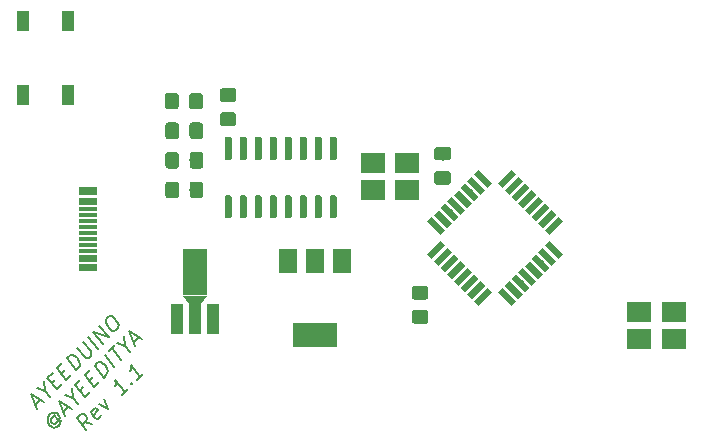
<source format=gbr>
%TF.GenerationSoftware,KiCad,Pcbnew,(5.1.2-1)-1*%
%TF.CreationDate,2020-01-20T17:34:23-08:00*%
%TF.ProjectId,Uno rev1.1,556e6f20-7265-4763-912e-312e6b696361,rev?*%
%TF.SameCoordinates,Original*%
%TF.FileFunction,Paste,Top*%
%TF.FilePolarity,Positive*%
%FSLAX46Y46*%
G04 Gerber Fmt 4.6, Leading zero omitted, Abs format (unit mm)*
G04 Created by KiCad (PCBNEW (5.1.2-1)-1) date 2020-01-20 17:34:23*
%MOMM*%
%LPD*%
G04 APERTURE LIST*
%ADD10C,0.203200*%
%ADD11R,2.100000X1.800000*%
%ADD12R,1.524000X0.299974*%
%ADD13C,0.100000*%
%ADD14C,1.150000*%
%ADD15R,1.000000X1.700000*%
%ADD16R,1.000000X2.500000*%
%ADD17R,2.000000X4.000000*%
%ADD18C,0.750000*%
%ADD19R,3.800000X2.000000*%
%ADD20R,1.500000X2.000000*%
%ADD21C,0.600000*%
%ADD22C,0.550000*%
G04 APERTURE END LIST*
D10*
X14419306Y-179240589D02*
X14846938Y-178812957D01*
X14558286Y-179614766D02*
X14071856Y-178305145D01*
X15156970Y-179016082D01*
X15253187Y-178064603D02*
X15627365Y-178545688D01*
X14542250Y-177834751D02*
X15253187Y-178064603D01*
X15140934Y-177236067D01*
X15814453Y-177417810D02*
X16113795Y-177118469D01*
X16653680Y-177519373D02*
X16226048Y-177947004D01*
X15440276Y-176936725D01*
X15867907Y-176509094D01*
X16626953Y-176605311D02*
X16926294Y-176305969D01*
X17466179Y-176706873D02*
X17038548Y-177134505D01*
X16252775Y-176124226D01*
X16680406Y-175696595D01*
X17851047Y-176322005D02*
X17065275Y-175311727D01*
X17279090Y-175097911D01*
X17444797Y-175017730D01*
X17605159Y-175028421D01*
X17722758Y-175081875D01*
X17915192Y-175231546D01*
X18027445Y-175375871D01*
X18134353Y-175611068D01*
X18166425Y-175750049D01*
X18155734Y-175931792D01*
X18064863Y-176108190D01*
X17851047Y-176322005D01*
X17963300Y-174413701D02*
X18599402Y-175231546D01*
X18717000Y-175285000D01*
X18797181Y-175290345D01*
X18920125Y-175252927D01*
X19091178Y-175081875D01*
X19139286Y-174948240D01*
X19144632Y-174857368D01*
X19112559Y-174718388D01*
X18476458Y-173900543D01*
X19689861Y-174483191D02*
X18904089Y-173472912D01*
X20117493Y-174055560D02*
X19331720Y-173045281D01*
X20630650Y-173542402D01*
X19844878Y-172532123D01*
X20443561Y-171933440D02*
X20614614Y-171762387D01*
X20737558Y-171724969D01*
X20897920Y-171735660D01*
X21090354Y-171885331D01*
X21352278Y-172222091D01*
X21459186Y-172457288D01*
X21448495Y-172639031D01*
X21400386Y-172772666D01*
X21229334Y-172943719D01*
X21106390Y-172981136D01*
X20946028Y-172970445D01*
X20753594Y-172820775D01*
X20491670Y-172484015D01*
X20384762Y-172248818D01*
X20395453Y-172067074D01*
X20443561Y-171933440D01*
X16081082Y-180218154D02*
X16000901Y-180212809D01*
X15877957Y-180250226D01*
X15792431Y-180335753D01*
X15744322Y-180469387D01*
X15738977Y-180560259D01*
X15771049Y-180699239D01*
X15845885Y-180795456D01*
X15963483Y-180848910D01*
X16043664Y-180854256D01*
X16166608Y-180816838D01*
X16252134Y-180731312D01*
X16300243Y-180597677D01*
X16305588Y-180506805D01*
X16006246Y-180121937D02*
X16305588Y-180506805D01*
X16385769Y-180512151D01*
X16428532Y-180469387D01*
X16476641Y-180335753D01*
X16444568Y-180196773D01*
X16257480Y-179956230D01*
X16059700Y-179897431D01*
X15856575Y-179929503D01*
X15648105Y-180052447D01*
X15514470Y-180271608D01*
X15461016Y-180496114D01*
X15487743Y-180725966D01*
X15594651Y-180961163D01*
X15787085Y-181110834D01*
X15984865Y-181169634D01*
X16187990Y-181137561D01*
X16396460Y-181014617D01*
X16530095Y-180795456D01*
X16583549Y-180570950D01*
X16786673Y-179854668D02*
X17214305Y-179427036D01*
X16925654Y-180228845D02*
X16439223Y-178919224D01*
X17524337Y-179630161D01*
X17620554Y-178678682D02*
X17994732Y-179159767D01*
X16909617Y-178448830D02*
X17620554Y-178678682D01*
X17508301Y-177850146D01*
X18181820Y-178031889D02*
X18481162Y-177732547D01*
X19021047Y-178133452D02*
X18593415Y-178561083D01*
X17807643Y-177550804D01*
X18235274Y-177123173D01*
X18994320Y-177219390D02*
X19293662Y-176920048D01*
X19833546Y-177320952D02*
X19405915Y-177748584D01*
X18620142Y-176738305D01*
X19047774Y-176310674D01*
X20218414Y-176936084D02*
X19432642Y-175925805D01*
X19646457Y-175711990D01*
X19812164Y-175631809D01*
X19972526Y-175642500D01*
X20090125Y-175695954D01*
X20282559Y-175845625D01*
X20394812Y-175989950D01*
X20501720Y-176225147D01*
X20533792Y-176364127D01*
X20523101Y-176545871D01*
X20432230Y-176722269D01*
X20218414Y-176936084D01*
X21116440Y-176038059D02*
X20330667Y-175027780D01*
X20630009Y-174728438D02*
X21143167Y-174215280D01*
X21672360Y-175482138D02*
X20886588Y-174471859D01*
X22025156Y-174274080D02*
X22399333Y-174755165D01*
X21314219Y-174044228D02*
X22025156Y-174274080D01*
X21912903Y-173445544D01*
X22730748Y-173910593D02*
X23158379Y-173482962D01*
X22869728Y-174284771D02*
X22383297Y-172975150D01*
X23468412Y-173686087D01*
X19250257Y-180885687D02*
X18576738Y-180703944D01*
X18737100Y-181398844D02*
X17951328Y-180388566D01*
X18293433Y-180046461D01*
X18416377Y-180009043D01*
X18496557Y-180014388D01*
X18614156Y-180067842D01*
X18726409Y-180212168D01*
X18758481Y-180351148D01*
X18753136Y-180442020D01*
X18705028Y-180575654D01*
X18362923Y-180917759D01*
X19939813Y-180110605D02*
X19891704Y-180244240D01*
X19720652Y-180415293D01*
X19597708Y-180452710D01*
X19480109Y-180399256D01*
X19180767Y-180014388D01*
X19148695Y-179875408D01*
X19196804Y-179741773D01*
X19367856Y-179570721D01*
X19490800Y-179533303D01*
X19608399Y-179586757D01*
X19683234Y-179682974D01*
X19330438Y-180206822D01*
X19795487Y-179143090D02*
X20533151Y-179602793D01*
X20223119Y-178715458D01*
X22243676Y-177892268D02*
X21730519Y-178405426D01*
X21987097Y-178148847D02*
X21201325Y-177138568D01*
X21228052Y-177368420D01*
X21217361Y-177550163D01*
X21169253Y-177683798D01*
X22553709Y-177411183D02*
X22633890Y-177416528D01*
X22628544Y-177507400D01*
X22548363Y-177502055D01*
X22553709Y-177411183D01*
X22628544Y-177507400D01*
X23526570Y-176609374D02*
X23013412Y-177122532D01*
X23269991Y-176865953D02*
X22484219Y-175855674D01*
X22510946Y-176085526D01*
X22500255Y-176267270D01*
X22452146Y-176400904D01*
D11*
%TO.C,Y2*%
X43000000Y-161040000D03*
X45900000Y-161040000D03*
X45900000Y-158740000D03*
X43000000Y-158740000D03*
%TD*%
%TO.C,16MHz*%
X68450000Y-173650000D03*
X65550000Y-173650000D03*
X65550000Y-171350000D03*
X68450000Y-171350000D03*
%TD*%
D12*
%TO.C,P1*%
X18874000Y-160972500D03*
X18874000Y-161290000D03*
X18874000Y-161861500D03*
X18874000Y-162115500D03*
X18874000Y-162623500D03*
X18874000Y-163131500D03*
X18874000Y-163639500D03*
X18874000Y-164147500D03*
X18874000Y-164655500D03*
X18874000Y-165163500D03*
X18874000Y-165671500D03*
X18874000Y-166179500D03*
X18874000Y-166687500D03*
X18874000Y-166941500D03*
X18874000Y-167449500D03*
X18874000Y-167703500D03*
%TD*%
D13*
%TO.C,R1*%
G36*
X47464505Y-171229204D02*
G01*
X47488773Y-171232804D01*
X47512572Y-171238765D01*
X47535671Y-171247030D01*
X47557850Y-171257520D01*
X47578893Y-171270132D01*
X47598599Y-171284747D01*
X47616777Y-171301223D01*
X47633253Y-171319401D01*
X47647868Y-171339107D01*
X47660480Y-171360150D01*
X47670970Y-171382329D01*
X47679235Y-171405428D01*
X47685196Y-171429227D01*
X47688796Y-171453495D01*
X47690000Y-171477999D01*
X47690000Y-172128001D01*
X47688796Y-172152505D01*
X47685196Y-172176773D01*
X47679235Y-172200572D01*
X47670970Y-172223671D01*
X47660480Y-172245850D01*
X47647868Y-172266893D01*
X47633253Y-172286599D01*
X47616777Y-172304777D01*
X47598599Y-172321253D01*
X47578893Y-172335868D01*
X47557850Y-172348480D01*
X47535671Y-172358970D01*
X47512572Y-172367235D01*
X47488773Y-172373196D01*
X47464505Y-172376796D01*
X47440001Y-172378000D01*
X46539999Y-172378000D01*
X46515495Y-172376796D01*
X46491227Y-172373196D01*
X46467428Y-172367235D01*
X46444329Y-172358970D01*
X46422150Y-172348480D01*
X46401107Y-172335868D01*
X46381401Y-172321253D01*
X46363223Y-172304777D01*
X46346747Y-172286599D01*
X46332132Y-172266893D01*
X46319520Y-172245850D01*
X46309030Y-172223671D01*
X46300765Y-172200572D01*
X46294804Y-172176773D01*
X46291204Y-172152505D01*
X46290000Y-172128001D01*
X46290000Y-171477999D01*
X46291204Y-171453495D01*
X46294804Y-171429227D01*
X46300765Y-171405428D01*
X46309030Y-171382329D01*
X46319520Y-171360150D01*
X46332132Y-171339107D01*
X46346747Y-171319401D01*
X46363223Y-171301223D01*
X46381401Y-171284747D01*
X46401107Y-171270132D01*
X46422150Y-171257520D01*
X46444329Y-171247030D01*
X46467428Y-171238765D01*
X46491227Y-171232804D01*
X46515495Y-171229204D01*
X46539999Y-171228000D01*
X47440001Y-171228000D01*
X47464505Y-171229204D01*
X47464505Y-171229204D01*
G37*
D14*
X46990000Y-171803000D03*
D13*
G36*
X47464505Y-169179204D02*
G01*
X47488773Y-169182804D01*
X47512572Y-169188765D01*
X47535671Y-169197030D01*
X47557850Y-169207520D01*
X47578893Y-169220132D01*
X47598599Y-169234747D01*
X47616777Y-169251223D01*
X47633253Y-169269401D01*
X47647868Y-169289107D01*
X47660480Y-169310150D01*
X47670970Y-169332329D01*
X47679235Y-169355428D01*
X47685196Y-169379227D01*
X47688796Y-169403495D01*
X47690000Y-169427999D01*
X47690000Y-170078001D01*
X47688796Y-170102505D01*
X47685196Y-170126773D01*
X47679235Y-170150572D01*
X47670970Y-170173671D01*
X47660480Y-170195850D01*
X47647868Y-170216893D01*
X47633253Y-170236599D01*
X47616777Y-170254777D01*
X47598599Y-170271253D01*
X47578893Y-170285868D01*
X47557850Y-170298480D01*
X47535671Y-170308970D01*
X47512572Y-170317235D01*
X47488773Y-170323196D01*
X47464505Y-170326796D01*
X47440001Y-170328000D01*
X46539999Y-170328000D01*
X46515495Y-170326796D01*
X46491227Y-170323196D01*
X46467428Y-170317235D01*
X46444329Y-170308970D01*
X46422150Y-170298480D01*
X46401107Y-170285868D01*
X46381401Y-170271253D01*
X46363223Y-170254777D01*
X46346747Y-170236599D01*
X46332132Y-170216893D01*
X46319520Y-170195850D01*
X46309030Y-170173671D01*
X46300765Y-170150572D01*
X46294804Y-170126773D01*
X46291204Y-170102505D01*
X46290000Y-170078001D01*
X46290000Y-169427999D01*
X46291204Y-169403495D01*
X46294804Y-169379227D01*
X46300765Y-169355428D01*
X46309030Y-169332329D01*
X46319520Y-169310150D01*
X46332132Y-169289107D01*
X46346747Y-169269401D01*
X46363223Y-169251223D01*
X46381401Y-169234747D01*
X46401107Y-169220132D01*
X46422150Y-169207520D01*
X46444329Y-169197030D01*
X46467428Y-169188765D01*
X46491227Y-169182804D01*
X46515495Y-169179204D01*
X46539999Y-169178000D01*
X47440001Y-169178000D01*
X47464505Y-169179204D01*
X47464505Y-169179204D01*
G37*
D14*
X46990000Y-169753000D03*
%TD*%
D15*
%TO.C,RST1*%
X13340000Y-153010000D03*
X13340000Y-146710000D03*
X17140000Y-153010000D03*
X17140000Y-146710000D03*
%TD*%
D16*
%TO.C,U1*%
X26440000Y-171981000D03*
X27940000Y-171981000D03*
X29440000Y-171981000D03*
D17*
X27940000Y-168021000D03*
D18*
X27940000Y-170371000D03*
D13*
G36*
X28940000Y-169996000D02*
G01*
X28440000Y-170746000D01*
X27440000Y-170746000D01*
X26940000Y-169996000D01*
X28940000Y-169996000D01*
X28940000Y-169996000D01*
G37*
%TD*%
D19*
%TO.C,U2*%
X38100000Y-173330000D03*
D20*
X38100000Y-167030000D03*
X35800000Y-167030000D03*
X40400000Y-167030000D03*
%TD*%
D13*
%TO.C,U3*%
G36*
X30898703Y-161515722D02*
G01*
X30913264Y-161517882D01*
X30927543Y-161521459D01*
X30941403Y-161526418D01*
X30954710Y-161532712D01*
X30967336Y-161540280D01*
X30979159Y-161549048D01*
X30990066Y-161558934D01*
X30999952Y-161569841D01*
X31008720Y-161581664D01*
X31016288Y-161594290D01*
X31022582Y-161607597D01*
X31027541Y-161621457D01*
X31031118Y-161635736D01*
X31033278Y-161650297D01*
X31034000Y-161665000D01*
X31034000Y-163315000D01*
X31033278Y-163329703D01*
X31031118Y-163344264D01*
X31027541Y-163358543D01*
X31022582Y-163372403D01*
X31016288Y-163385710D01*
X31008720Y-163398336D01*
X30999952Y-163410159D01*
X30990066Y-163421066D01*
X30979159Y-163430952D01*
X30967336Y-163439720D01*
X30954710Y-163447288D01*
X30941403Y-163453582D01*
X30927543Y-163458541D01*
X30913264Y-163462118D01*
X30898703Y-163464278D01*
X30884000Y-163465000D01*
X30584000Y-163465000D01*
X30569297Y-163464278D01*
X30554736Y-163462118D01*
X30540457Y-163458541D01*
X30526597Y-163453582D01*
X30513290Y-163447288D01*
X30500664Y-163439720D01*
X30488841Y-163430952D01*
X30477934Y-163421066D01*
X30468048Y-163410159D01*
X30459280Y-163398336D01*
X30451712Y-163385710D01*
X30445418Y-163372403D01*
X30440459Y-163358543D01*
X30436882Y-163344264D01*
X30434722Y-163329703D01*
X30434000Y-163315000D01*
X30434000Y-161665000D01*
X30434722Y-161650297D01*
X30436882Y-161635736D01*
X30440459Y-161621457D01*
X30445418Y-161607597D01*
X30451712Y-161594290D01*
X30459280Y-161581664D01*
X30468048Y-161569841D01*
X30477934Y-161558934D01*
X30488841Y-161549048D01*
X30500664Y-161540280D01*
X30513290Y-161532712D01*
X30526597Y-161526418D01*
X30540457Y-161521459D01*
X30554736Y-161517882D01*
X30569297Y-161515722D01*
X30584000Y-161515000D01*
X30884000Y-161515000D01*
X30898703Y-161515722D01*
X30898703Y-161515722D01*
G37*
D21*
X30734000Y-162490000D03*
D13*
G36*
X32168703Y-161515722D02*
G01*
X32183264Y-161517882D01*
X32197543Y-161521459D01*
X32211403Y-161526418D01*
X32224710Y-161532712D01*
X32237336Y-161540280D01*
X32249159Y-161549048D01*
X32260066Y-161558934D01*
X32269952Y-161569841D01*
X32278720Y-161581664D01*
X32286288Y-161594290D01*
X32292582Y-161607597D01*
X32297541Y-161621457D01*
X32301118Y-161635736D01*
X32303278Y-161650297D01*
X32304000Y-161665000D01*
X32304000Y-163315000D01*
X32303278Y-163329703D01*
X32301118Y-163344264D01*
X32297541Y-163358543D01*
X32292582Y-163372403D01*
X32286288Y-163385710D01*
X32278720Y-163398336D01*
X32269952Y-163410159D01*
X32260066Y-163421066D01*
X32249159Y-163430952D01*
X32237336Y-163439720D01*
X32224710Y-163447288D01*
X32211403Y-163453582D01*
X32197543Y-163458541D01*
X32183264Y-163462118D01*
X32168703Y-163464278D01*
X32154000Y-163465000D01*
X31854000Y-163465000D01*
X31839297Y-163464278D01*
X31824736Y-163462118D01*
X31810457Y-163458541D01*
X31796597Y-163453582D01*
X31783290Y-163447288D01*
X31770664Y-163439720D01*
X31758841Y-163430952D01*
X31747934Y-163421066D01*
X31738048Y-163410159D01*
X31729280Y-163398336D01*
X31721712Y-163385710D01*
X31715418Y-163372403D01*
X31710459Y-163358543D01*
X31706882Y-163344264D01*
X31704722Y-163329703D01*
X31704000Y-163315000D01*
X31704000Y-161665000D01*
X31704722Y-161650297D01*
X31706882Y-161635736D01*
X31710459Y-161621457D01*
X31715418Y-161607597D01*
X31721712Y-161594290D01*
X31729280Y-161581664D01*
X31738048Y-161569841D01*
X31747934Y-161558934D01*
X31758841Y-161549048D01*
X31770664Y-161540280D01*
X31783290Y-161532712D01*
X31796597Y-161526418D01*
X31810457Y-161521459D01*
X31824736Y-161517882D01*
X31839297Y-161515722D01*
X31854000Y-161515000D01*
X32154000Y-161515000D01*
X32168703Y-161515722D01*
X32168703Y-161515722D01*
G37*
D21*
X32004000Y-162490000D03*
D13*
G36*
X33438703Y-161515722D02*
G01*
X33453264Y-161517882D01*
X33467543Y-161521459D01*
X33481403Y-161526418D01*
X33494710Y-161532712D01*
X33507336Y-161540280D01*
X33519159Y-161549048D01*
X33530066Y-161558934D01*
X33539952Y-161569841D01*
X33548720Y-161581664D01*
X33556288Y-161594290D01*
X33562582Y-161607597D01*
X33567541Y-161621457D01*
X33571118Y-161635736D01*
X33573278Y-161650297D01*
X33574000Y-161665000D01*
X33574000Y-163315000D01*
X33573278Y-163329703D01*
X33571118Y-163344264D01*
X33567541Y-163358543D01*
X33562582Y-163372403D01*
X33556288Y-163385710D01*
X33548720Y-163398336D01*
X33539952Y-163410159D01*
X33530066Y-163421066D01*
X33519159Y-163430952D01*
X33507336Y-163439720D01*
X33494710Y-163447288D01*
X33481403Y-163453582D01*
X33467543Y-163458541D01*
X33453264Y-163462118D01*
X33438703Y-163464278D01*
X33424000Y-163465000D01*
X33124000Y-163465000D01*
X33109297Y-163464278D01*
X33094736Y-163462118D01*
X33080457Y-163458541D01*
X33066597Y-163453582D01*
X33053290Y-163447288D01*
X33040664Y-163439720D01*
X33028841Y-163430952D01*
X33017934Y-163421066D01*
X33008048Y-163410159D01*
X32999280Y-163398336D01*
X32991712Y-163385710D01*
X32985418Y-163372403D01*
X32980459Y-163358543D01*
X32976882Y-163344264D01*
X32974722Y-163329703D01*
X32974000Y-163315000D01*
X32974000Y-161665000D01*
X32974722Y-161650297D01*
X32976882Y-161635736D01*
X32980459Y-161621457D01*
X32985418Y-161607597D01*
X32991712Y-161594290D01*
X32999280Y-161581664D01*
X33008048Y-161569841D01*
X33017934Y-161558934D01*
X33028841Y-161549048D01*
X33040664Y-161540280D01*
X33053290Y-161532712D01*
X33066597Y-161526418D01*
X33080457Y-161521459D01*
X33094736Y-161517882D01*
X33109297Y-161515722D01*
X33124000Y-161515000D01*
X33424000Y-161515000D01*
X33438703Y-161515722D01*
X33438703Y-161515722D01*
G37*
D21*
X33274000Y-162490000D03*
D13*
G36*
X34708703Y-161515722D02*
G01*
X34723264Y-161517882D01*
X34737543Y-161521459D01*
X34751403Y-161526418D01*
X34764710Y-161532712D01*
X34777336Y-161540280D01*
X34789159Y-161549048D01*
X34800066Y-161558934D01*
X34809952Y-161569841D01*
X34818720Y-161581664D01*
X34826288Y-161594290D01*
X34832582Y-161607597D01*
X34837541Y-161621457D01*
X34841118Y-161635736D01*
X34843278Y-161650297D01*
X34844000Y-161665000D01*
X34844000Y-163315000D01*
X34843278Y-163329703D01*
X34841118Y-163344264D01*
X34837541Y-163358543D01*
X34832582Y-163372403D01*
X34826288Y-163385710D01*
X34818720Y-163398336D01*
X34809952Y-163410159D01*
X34800066Y-163421066D01*
X34789159Y-163430952D01*
X34777336Y-163439720D01*
X34764710Y-163447288D01*
X34751403Y-163453582D01*
X34737543Y-163458541D01*
X34723264Y-163462118D01*
X34708703Y-163464278D01*
X34694000Y-163465000D01*
X34394000Y-163465000D01*
X34379297Y-163464278D01*
X34364736Y-163462118D01*
X34350457Y-163458541D01*
X34336597Y-163453582D01*
X34323290Y-163447288D01*
X34310664Y-163439720D01*
X34298841Y-163430952D01*
X34287934Y-163421066D01*
X34278048Y-163410159D01*
X34269280Y-163398336D01*
X34261712Y-163385710D01*
X34255418Y-163372403D01*
X34250459Y-163358543D01*
X34246882Y-163344264D01*
X34244722Y-163329703D01*
X34244000Y-163315000D01*
X34244000Y-161665000D01*
X34244722Y-161650297D01*
X34246882Y-161635736D01*
X34250459Y-161621457D01*
X34255418Y-161607597D01*
X34261712Y-161594290D01*
X34269280Y-161581664D01*
X34278048Y-161569841D01*
X34287934Y-161558934D01*
X34298841Y-161549048D01*
X34310664Y-161540280D01*
X34323290Y-161532712D01*
X34336597Y-161526418D01*
X34350457Y-161521459D01*
X34364736Y-161517882D01*
X34379297Y-161515722D01*
X34394000Y-161515000D01*
X34694000Y-161515000D01*
X34708703Y-161515722D01*
X34708703Y-161515722D01*
G37*
D21*
X34544000Y-162490000D03*
D13*
G36*
X35978703Y-161515722D02*
G01*
X35993264Y-161517882D01*
X36007543Y-161521459D01*
X36021403Y-161526418D01*
X36034710Y-161532712D01*
X36047336Y-161540280D01*
X36059159Y-161549048D01*
X36070066Y-161558934D01*
X36079952Y-161569841D01*
X36088720Y-161581664D01*
X36096288Y-161594290D01*
X36102582Y-161607597D01*
X36107541Y-161621457D01*
X36111118Y-161635736D01*
X36113278Y-161650297D01*
X36114000Y-161665000D01*
X36114000Y-163315000D01*
X36113278Y-163329703D01*
X36111118Y-163344264D01*
X36107541Y-163358543D01*
X36102582Y-163372403D01*
X36096288Y-163385710D01*
X36088720Y-163398336D01*
X36079952Y-163410159D01*
X36070066Y-163421066D01*
X36059159Y-163430952D01*
X36047336Y-163439720D01*
X36034710Y-163447288D01*
X36021403Y-163453582D01*
X36007543Y-163458541D01*
X35993264Y-163462118D01*
X35978703Y-163464278D01*
X35964000Y-163465000D01*
X35664000Y-163465000D01*
X35649297Y-163464278D01*
X35634736Y-163462118D01*
X35620457Y-163458541D01*
X35606597Y-163453582D01*
X35593290Y-163447288D01*
X35580664Y-163439720D01*
X35568841Y-163430952D01*
X35557934Y-163421066D01*
X35548048Y-163410159D01*
X35539280Y-163398336D01*
X35531712Y-163385710D01*
X35525418Y-163372403D01*
X35520459Y-163358543D01*
X35516882Y-163344264D01*
X35514722Y-163329703D01*
X35514000Y-163315000D01*
X35514000Y-161665000D01*
X35514722Y-161650297D01*
X35516882Y-161635736D01*
X35520459Y-161621457D01*
X35525418Y-161607597D01*
X35531712Y-161594290D01*
X35539280Y-161581664D01*
X35548048Y-161569841D01*
X35557934Y-161558934D01*
X35568841Y-161549048D01*
X35580664Y-161540280D01*
X35593290Y-161532712D01*
X35606597Y-161526418D01*
X35620457Y-161521459D01*
X35634736Y-161517882D01*
X35649297Y-161515722D01*
X35664000Y-161515000D01*
X35964000Y-161515000D01*
X35978703Y-161515722D01*
X35978703Y-161515722D01*
G37*
D21*
X35814000Y-162490000D03*
D13*
G36*
X37248703Y-161515722D02*
G01*
X37263264Y-161517882D01*
X37277543Y-161521459D01*
X37291403Y-161526418D01*
X37304710Y-161532712D01*
X37317336Y-161540280D01*
X37329159Y-161549048D01*
X37340066Y-161558934D01*
X37349952Y-161569841D01*
X37358720Y-161581664D01*
X37366288Y-161594290D01*
X37372582Y-161607597D01*
X37377541Y-161621457D01*
X37381118Y-161635736D01*
X37383278Y-161650297D01*
X37384000Y-161665000D01*
X37384000Y-163315000D01*
X37383278Y-163329703D01*
X37381118Y-163344264D01*
X37377541Y-163358543D01*
X37372582Y-163372403D01*
X37366288Y-163385710D01*
X37358720Y-163398336D01*
X37349952Y-163410159D01*
X37340066Y-163421066D01*
X37329159Y-163430952D01*
X37317336Y-163439720D01*
X37304710Y-163447288D01*
X37291403Y-163453582D01*
X37277543Y-163458541D01*
X37263264Y-163462118D01*
X37248703Y-163464278D01*
X37234000Y-163465000D01*
X36934000Y-163465000D01*
X36919297Y-163464278D01*
X36904736Y-163462118D01*
X36890457Y-163458541D01*
X36876597Y-163453582D01*
X36863290Y-163447288D01*
X36850664Y-163439720D01*
X36838841Y-163430952D01*
X36827934Y-163421066D01*
X36818048Y-163410159D01*
X36809280Y-163398336D01*
X36801712Y-163385710D01*
X36795418Y-163372403D01*
X36790459Y-163358543D01*
X36786882Y-163344264D01*
X36784722Y-163329703D01*
X36784000Y-163315000D01*
X36784000Y-161665000D01*
X36784722Y-161650297D01*
X36786882Y-161635736D01*
X36790459Y-161621457D01*
X36795418Y-161607597D01*
X36801712Y-161594290D01*
X36809280Y-161581664D01*
X36818048Y-161569841D01*
X36827934Y-161558934D01*
X36838841Y-161549048D01*
X36850664Y-161540280D01*
X36863290Y-161532712D01*
X36876597Y-161526418D01*
X36890457Y-161521459D01*
X36904736Y-161517882D01*
X36919297Y-161515722D01*
X36934000Y-161515000D01*
X37234000Y-161515000D01*
X37248703Y-161515722D01*
X37248703Y-161515722D01*
G37*
D21*
X37084000Y-162490000D03*
D13*
G36*
X38518703Y-161515722D02*
G01*
X38533264Y-161517882D01*
X38547543Y-161521459D01*
X38561403Y-161526418D01*
X38574710Y-161532712D01*
X38587336Y-161540280D01*
X38599159Y-161549048D01*
X38610066Y-161558934D01*
X38619952Y-161569841D01*
X38628720Y-161581664D01*
X38636288Y-161594290D01*
X38642582Y-161607597D01*
X38647541Y-161621457D01*
X38651118Y-161635736D01*
X38653278Y-161650297D01*
X38654000Y-161665000D01*
X38654000Y-163315000D01*
X38653278Y-163329703D01*
X38651118Y-163344264D01*
X38647541Y-163358543D01*
X38642582Y-163372403D01*
X38636288Y-163385710D01*
X38628720Y-163398336D01*
X38619952Y-163410159D01*
X38610066Y-163421066D01*
X38599159Y-163430952D01*
X38587336Y-163439720D01*
X38574710Y-163447288D01*
X38561403Y-163453582D01*
X38547543Y-163458541D01*
X38533264Y-163462118D01*
X38518703Y-163464278D01*
X38504000Y-163465000D01*
X38204000Y-163465000D01*
X38189297Y-163464278D01*
X38174736Y-163462118D01*
X38160457Y-163458541D01*
X38146597Y-163453582D01*
X38133290Y-163447288D01*
X38120664Y-163439720D01*
X38108841Y-163430952D01*
X38097934Y-163421066D01*
X38088048Y-163410159D01*
X38079280Y-163398336D01*
X38071712Y-163385710D01*
X38065418Y-163372403D01*
X38060459Y-163358543D01*
X38056882Y-163344264D01*
X38054722Y-163329703D01*
X38054000Y-163315000D01*
X38054000Y-161665000D01*
X38054722Y-161650297D01*
X38056882Y-161635736D01*
X38060459Y-161621457D01*
X38065418Y-161607597D01*
X38071712Y-161594290D01*
X38079280Y-161581664D01*
X38088048Y-161569841D01*
X38097934Y-161558934D01*
X38108841Y-161549048D01*
X38120664Y-161540280D01*
X38133290Y-161532712D01*
X38146597Y-161526418D01*
X38160457Y-161521459D01*
X38174736Y-161517882D01*
X38189297Y-161515722D01*
X38204000Y-161515000D01*
X38504000Y-161515000D01*
X38518703Y-161515722D01*
X38518703Y-161515722D01*
G37*
D21*
X38354000Y-162490000D03*
D13*
G36*
X39788703Y-161515722D02*
G01*
X39803264Y-161517882D01*
X39817543Y-161521459D01*
X39831403Y-161526418D01*
X39844710Y-161532712D01*
X39857336Y-161540280D01*
X39869159Y-161549048D01*
X39880066Y-161558934D01*
X39889952Y-161569841D01*
X39898720Y-161581664D01*
X39906288Y-161594290D01*
X39912582Y-161607597D01*
X39917541Y-161621457D01*
X39921118Y-161635736D01*
X39923278Y-161650297D01*
X39924000Y-161665000D01*
X39924000Y-163315000D01*
X39923278Y-163329703D01*
X39921118Y-163344264D01*
X39917541Y-163358543D01*
X39912582Y-163372403D01*
X39906288Y-163385710D01*
X39898720Y-163398336D01*
X39889952Y-163410159D01*
X39880066Y-163421066D01*
X39869159Y-163430952D01*
X39857336Y-163439720D01*
X39844710Y-163447288D01*
X39831403Y-163453582D01*
X39817543Y-163458541D01*
X39803264Y-163462118D01*
X39788703Y-163464278D01*
X39774000Y-163465000D01*
X39474000Y-163465000D01*
X39459297Y-163464278D01*
X39444736Y-163462118D01*
X39430457Y-163458541D01*
X39416597Y-163453582D01*
X39403290Y-163447288D01*
X39390664Y-163439720D01*
X39378841Y-163430952D01*
X39367934Y-163421066D01*
X39358048Y-163410159D01*
X39349280Y-163398336D01*
X39341712Y-163385710D01*
X39335418Y-163372403D01*
X39330459Y-163358543D01*
X39326882Y-163344264D01*
X39324722Y-163329703D01*
X39324000Y-163315000D01*
X39324000Y-161665000D01*
X39324722Y-161650297D01*
X39326882Y-161635736D01*
X39330459Y-161621457D01*
X39335418Y-161607597D01*
X39341712Y-161594290D01*
X39349280Y-161581664D01*
X39358048Y-161569841D01*
X39367934Y-161558934D01*
X39378841Y-161549048D01*
X39390664Y-161540280D01*
X39403290Y-161532712D01*
X39416597Y-161526418D01*
X39430457Y-161521459D01*
X39444736Y-161517882D01*
X39459297Y-161515722D01*
X39474000Y-161515000D01*
X39774000Y-161515000D01*
X39788703Y-161515722D01*
X39788703Y-161515722D01*
G37*
D21*
X39624000Y-162490000D03*
D13*
G36*
X39788703Y-156565722D02*
G01*
X39803264Y-156567882D01*
X39817543Y-156571459D01*
X39831403Y-156576418D01*
X39844710Y-156582712D01*
X39857336Y-156590280D01*
X39869159Y-156599048D01*
X39880066Y-156608934D01*
X39889952Y-156619841D01*
X39898720Y-156631664D01*
X39906288Y-156644290D01*
X39912582Y-156657597D01*
X39917541Y-156671457D01*
X39921118Y-156685736D01*
X39923278Y-156700297D01*
X39924000Y-156715000D01*
X39924000Y-158365000D01*
X39923278Y-158379703D01*
X39921118Y-158394264D01*
X39917541Y-158408543D01*
X39912582Y-158422403D01*
X39906288Y-158435710D01*
X39898720Y-158448336D01*
X39889952Y-158460159D01*
X39880066Y-158471066D01*
X39869159Y-158480952D01*
X39857336Y-158489720D01*
X39844710Y-158497288D01*
X39831403Y-158503582D01*
X39817543Y-158508541D01*
X39803264Y-158512118D01*
X39788703Y-158514278D01*
X39774000Y-158515000D01*
X39474000Y-158515000D01*
X39459297Y-158514278D01*
X39444736Y-158512118D01*
X39430457Y-158508541D01*
X39416597Y-158503582D01*
X39403290Y-158497288D01*
X39390664Y-158489720D01*
X39378841Y-158480952D01*
X39367934Y-158471066D01*
X39358048Y-158460159D01*
X39349280Y-158448336D01*
X39341712Y-158435710D01*
X39335418Y-158422403D01*
X39330459Y-158408543D01*
X39326882Y-158394264D01*
X39324722Y-158379703D01*
X39324000Y-158365000D01*
X39324000Y-156715000D01*
X39324722Y-156700297D01*
X39326882Y-156685736D01*
X39330459Y-156671457D01*
X39335418Y-156657597D01*
X39341712Y-156644290D01*
X39349280Y-156631664D01*
X39358048Y-156619841D01*
X39367934Y-156608934D01*
X39378841Y-156599048D01*
X39390664Y-156590280D01*
X39403290Y-156582712D01*
X39416597Y-156576418D01*
X39430457Y-156571459D01*
X39444736Y-156567882D01*
X39459297Y-156565722D01*
X39474000Y-156565000D01*
X39774000Y-156565000D01*
X39788703Y-156565722D01*
X39788703Y-156565722D01*
G37*
D21*
X39624000Y-157540000D03*
D13*
G36*
X38518703Y-156565722D02*
G01*
X38533264Y-156567882D01*
X38547543Y-156571459D01*
X38561403Y-156576418D01*
X38574710Y-156582712D01*
X38587336Y-156590280D01*
X38599159Y-156599048D01*
X38610066Y-156608934D01*
X38619952Y-156619841D01*
X38628720Y-156631664D01*
X38636288Y-156644290D01*
X38642582Y-156657597D01*
X38647541Y-156671457D01*
X38651118Y-156685736D01*
X38653278Y-156700297D01*
X38654000Y-156715000D01*
X38654000Y-158365000D01*
X38653278Y-158379703D01*
X38651118Y-158394264D01*
X38647541Y-158408543D01*
X38642582Y-158422403D01*
X38636288Y-158435710D01*
X38628720Y-158448336D01*
X38619952Y-158460159D01*
X38610066Y-158471066D01*
X38599159Y-158480952D01*
X38587336Y-158489720D01*
X38574710Y-158497288D01*
X38561403Y-158503582D01*
X38547543Y-158508541D01*
X38533264Y-158512118D01*
X38518703Y-158514278D01*
X38504000Y-158515000D01*
X38204000Y-158515000D01*
X38189297Y-158514278D01*
X38174736Y-158512118D01*
X38160457Y-158508541D01*
X38146597Y-158503582D01*
X38133290Y-158497288D01*
X38120664Y-158489720D01*
X38108841Y-158480952D01*
X38097934Y-158471066D01*
X38088048Y-158460159D01*
X38079280Y-158448336D01*
X38071712Y-158435710D01*
X38065418Y-158422403D01*
X38060459Y-158408543D01*
X38056882Y-158394264D01*
X38054722Y-158379703D01*
X38054000Y-158365000D01*
X38054000Y-156715000D01*
X38054722Y-156700297D01*
X38056882Y-156685736D01*
X38060459Y-156671457D01*
X38065418Y-156657597D01*
X38071712Y-156644290D01*
X38079280Y-156631664D01*
X38088048Y-156619841D01*
X38097934Y-156608934D01*
X38108841Y-156599048D01*
X38120664Y-156590280D01*
X38133290Y-156582712D01*
X38146597Y-156576418D01*
X38160457Y-156571459D01*
X38174736Y-156567882D01*
X38189297Y-156565722D01*
X38204000Y-156565000D01*
X38504000Y-156565000D01*
X38518703Y-156565722D01*
X38518703Y-156565722D01*
G37*
D21*
X38354000Y-157540000D03*
D13*
G36*
X37248703Y-156565722D02*
G01*
X37263264Y-156567882D01*
X37277543Y-156571459D01*
X37291403Y-156576418D01*
X37304710Y-156582712D01*
X37317336Y-156590280D01*
X37329159Y-156599048D01*
X37340066Y-156608934D01*
X37349952Y-156619841D01*
X37358720Y-156631664D01*
X37366288Y-156644290D01*
X37372582Y-156657597D01*
X37377541Y-156671457D01*
X37381118Y-156685736D01*
X37383278Y-156700297D01*
X37384000Y-156715000D01*
X37384000Y-158365000D01*
X37383278Y-158379703D01*
X37381118Y-158394264D01*
X37377541Y-158408543D01*
X37372582Y-158422403D01*
X37366288Y-158435710D01*
X37358720Y-158448336D01*
X37349952Y-158460159D01*
X37340066Y-158471066D01*
X37329159Y-158480952D01*
X37317336Y-158489720D01*
X37304710Y-158497288D01*
X37291403Y-158503582D01*
X37277543Y-158508541D01*
X37263264Y-158512118D01*
X37248703Y-158514278D01*
X37234000Y-158515000D01*
X36934000Y-158515000D01*
X36919297Y-158514278D01*
X36904736Y-158512118D01*
X36890457Y-158508541D01*
X36876597Y-158503582D01*
X36863290Y-158497288D01*
X36850664Y-158489720D01*
X36838841Y-158480952D01*
X36827934Y-158471066D01*
X36818048Y-158460159D01*
X36809280Y-158448336D01*
X36801712Y-158435710D01*
X36795418Y-158422403D01*
X36790459Y-158408543D01*
X36786882Y-158394264D01*
X36784722Y-158379703D01*
X36784000Y-158365000D01*
X36784000Y-156715000D01*
X36784722Y-156700297D01*
X36786882Y-156685736D01*
X36790459Y-156671457D01*
X36795418Y-156657597D01*
X36801712Y-156644290D01*
X36809280Y-156631664D01*
X36818048Y-156619841D01*
X36827934Y-156608934D01*
X36838841Y-156599048D01*
X36850664Y-156590280D01*
X36863290Y-156582712D01*
X36876597Y-156576418D01*
X36890457Y-156571459D01*
X36904736Y-156567882D01*
X36919297Y-156565722D01*
X36934000Y-156565000D01*
X37234000Y-156565000D01*
X37248703Y-156565722D01*
X37248703Y-156565722D01*
G37*
D21*
X37084000Y-157540000D03*
D13*
G36*
X35978703Y-156565722D02*
G01*
X35993264Y-156567882D01*
X36007543Y-156571459D01*
X36021403Y-156576418D01*
X36034710Y-156582712D01*
X36047336Y-156590280D01*
X36059159Y-156599048D01*
X36070066Y-156608934D01*
X36079952Y-156619841D01*
X36088720Y-156631664D01*
X36096288Y-156644290D01*
X36102582Y-156657597D01*
X36107541Y-156671457D01*
X36111118Y-156685736D01*
X36113278Y-156700297D01*
X36114000Y-156715000D01*
X36114000Y-158365000D01*
X36113278Y-158379703D01*
X36111118Y-158394264D01*
X36107541Y-158408543D01*
X36102582Y-158422403D01*
X36096288Y-158435710D01*
X36088720Y-158448336D01*
X36079952Y-158460159D01*
X36070066Y-158471066D01*
X36059159Y-158480952D01*
X36047336Y-158489720D01*
X36034710Y-158497288D01*
X36021403Y-158503582D01*
X36007543Y-158508541D01*
X35993264Y-158512118D01*
X35978703Y-158514278D01*
X35964000Y-158515000D01*
X35664000Y-158515000D01*
X35649297Y-158514278D01*
X35634736Y-158512118D01*
X35620457Y-158508541D01*
X35606597Y-158503582D01*
X35593290Y-158497288D01*
X35580664Y-158489720D01*
X35568841Y-158480952D01*
X35557934Y-158471066D01*
X35548048Y-158460159D01*
X35539280Y-158448336D01*
X35531712Y-158435710D01*
X35525418Y-158422403D01*
X35520459Y-158408543D01*
X35516882Y-158394264D01*
X35514722Y-158379703D01*
X35514000Y-158365000D01*
X35514000Y-156715000D01*
X35514722Y-156700297D01*
X35516882Y-156685736D01*
X35520459Y-156671457D01*
X35525418Y-156657597D01*
X35531712Y-156644290D01*
X35539280Y-156631664D01*
X35548048Y-156619841D01*
X35557934Y-156608934D01*
X35568841Y-156599048D01*
X35580664Y-156590280D01*
X35593290Y-156582712D01*
X35606597Y-156576418D01*
X35620457Y-156571459D01*
X35634736Y-156567882D01*
X35649297Y-156565722D01*
X35664000Y-156565000D01*
X35964000Y-156565000D01*
X35978703Y-156565722D01*
X35978703Y-156565722D01*
G37*
D21*
X35814000Y-157540000D03*
D13*
G36*
X34708703Y-156565722D02*
G01*
X34723264Y-156567882D01*
X34737543Y-156571459D01*
X34751403Y-156576418D01*
X34764710Y-156582712D01*
X34777336Y-156590280D01*
X34789159Y-156599048D01*
X34800066Y-156608934D01*
X34809952Y-156619841D01*
X34818720Y-156631664D01*
X34826288Y-156644290D01*
X34832582Y-156657597D01*
X34837541Y-156671457D01*
X34841118Y-156685736D01*
X34843278Y-156700297D01*
X34844000Y-156715000D01*
X34844000Y-158365000D01*
X34843278Y-158379703D01*
X34841118Y-158394264D01*
X34837541Y-158408543D01*
X34832582Y-158422403D01*
X34826288Y-158435710D01*
X34818720Y-158448336D01*
X34809952Y-158460159D01*
X34800066Y-158471066D01*
X34789159Y-158480952D01*
X34777336Y-158489720D01*
X34764710Y-158497288D01*
X34751403Y-158503582D01*
X34737543Y-158508541D01*
X34723264Y-158512118D01*
X34708703Y-158514278D01*
X34694000Y-158515000D01*
X34394000Y-158515000D01*
X34379297Y-158514278D01*
X34364736Y-158512118D01*
X34350457Y-158508541D01*
X34336597Y-158503582D01*
X34323290Y-158497288D01*
X34310664Y-158489720D01*
X34298841Y-158480952D01*
X34287934Y-158471066D01*
X34278048Y-158460159D01*
X34269280Y-158448336D01*
X34261712Y-158435710D01*
X34255418Y-158422403D01*
X34250459Y-158408543D01*
X34246882Y-158394264D01*
X34244722Y-158379703D01*
X34244000Y-158365000D01*
X34244000Y-156715000D01*
X34244722Y-156700297D01*
X34246882Y-156685736D01*
X34250459Y-156671457D01*
X34255418Y-156657597D01*
X34261712Y-156644290D01*
X34269280Y-156631664D01*
X34278048Y-156619841D01*
X34287934Y-156608934D01*
X34298841Y-156599048D01*
X34310664Y-156590280D01*
X34323290Y-156582712D01*
X34336597Y-156576418D01*
X34350457Y-156571459D01*
X34364736Y-156567882D01*
X34379297Y-156565722D01*
X34394000Y-156565000D01*
X34694000Y-156565000D01*
X34708703Y-156565722D01*
X34708703Y-156565722D01*
G37*
D21*
X34544000Y-157540000D03*
D13*
G36*
X33438703Y-156565722D02*
G01*
X33453264Y-156567882D01*
X33467543Y-156571459D01*
X33481403Y-156576418D01*
X33494710Y-156582712D01*
X33507336Y-156590280D01*
X33519159Y-156599048D01*
X33530066Y-156608934D01*
X33539952Y-156619841D01*
X33548720Y-156631664D01*
X33556288Y-156644290D01*
X33562582Y-156657597D01*
X33567541Y-156671457D01*
X33571118Y-156685736D01*
X33573278Y-156700297D01*
X33574000Y-156715000D01*
X33574000Y-158365000D01*
X33573278Y-158379703D01*
X33571118Y-158394264D01*
X33567541Y-158408543D01*
X33562582Y-158422403D01*
X33556288Y-158435710D01*
X33548720Y-158448336D01*
X33539952Y-158460159D01*
X33530066Y-158471066D01*
X33519159Y-158480952D01*
X33507336Y-158489720D01*
X33494710Y-158497288D01*
X33481403Y-158503582D01*
X33467543Y-158508541D01*
X33453264Y-158512118D01*
X33438703Y-158514278D01*
X33424000Y-158515000D01*
X33124000Y-158515000D01*
X33109297Y-158514278D01*
X33094736Y-158512118D01*
X33080457Y-158508541D01*
X33066597Y-158503582D01*
X33053290Y-158497288D01*
X33040664Y-158489720D01*
X33028841Y-158480952D01*
X33017934Y-158471066D01*
X33008048Y-158460159D01*
X32999280Y-158448336D01*
X32991712Y-158435710D01*
X32985418Y-158422403D01*
X32980459Y-158408543D01*
X32976882Y-158394264D01*
X32974722Y-158379703D01*
X32974000Y-158365000D01*
X32974000Y-156715000D01*
X32974722Y-156700297D01*
X32976882Y-156685736D01*
X32980459Y-156671457D01*
X32985418Y-156657597D01*
X32991712Y-156644290D01*
X32999280Y-156631664D01*
X33008048Y-156619841D01*
X33017934Y-156608934D01*
X33028841Y-156599048D01*
X33040664Y-156590280D01*
X33053290Y-156582712D01*
X33066597Y-156576418D01*
X33080457Y-156571459D01*
X33094736Y-156567882D01*
X33109297Y-156565722D01*
X33124000Y-156565000D01*
X33424000Y-156565000D01*
X33438703Y-156565722D01*
X33438703Y-156565722D01*
G37*
D21*
X33274000Y-157540000D03*
D13*
G36*
X32168703Y-156565722D02*
G01*
X32183264Y-156567882D01*
X32197543Y-156571459D01*
X32211403Y-156576418D01*
X32224710Y-156582712D01*
X32237336Y-156590280D01*
X32249159Y-156599048D01*
X32260066Y-156608934D01*
X32269952Y-156619841D01*
X32278720Y-156631664D01*
X32286288Y-156644290D01*
X32292582Y-156657597D01*
X32297541Y-156671457D01*
X32301118Y-156685736D01*
X32303278Y-156700297D01*
X32304000Y-156715000D01*
X32304000Y-158365000D01*
X32303278Y-158379703D01*
X32301118Y-158394264D01*
X32297541Y-158408543D01*
X32292582Y-158422403D01*
X32286288Y-158435710D01*
X32278720Y-158448336D01*
X32269952Y-158460159D01*
X32260066Y-158471066D01*
X32249159Y-158480952D01*
X32237336Y-158489720D01*
X32224710Y-158497288D01*
X32211403Y-158503582D01*
X32197543Y-158508541D01*
X32183264Y-158512118D01*
X32168703Y-158514278D01*
X32154000Y-158515000D01*
X31854000Y-158515000D01*
X31839297Y-158514278D01*
X31824736Y-158512118D01*
X31810457Y-158508541D01*
X31796597Y-158503582D01*
X31783290Y-158497288D01*
X31770664Y-158489720D01*
X31758841Y-158480952D01*
X31747934Y-158471066D01*
X31738048Y-158460159D01*
X31729280Y-158448336D01*
X31721712Y-158435710D01*
X31715418Y-158422403D01*
X31710459Y-158408543D01*
X31706882Y-158394264D01*
X31704722Y-158379703D01*
X31704000Y-158365000D01*
X31704000Y-156715000D01*
X31704722Y-156700297D01*
X31706882Y-156685736D01*
X31710459Y-156671457D01*
X31715418Y-156657597D01*
X31721712Y-156644290D01*
X31729280Y-156631664D01*
X31738048Y-156619841D01*
X31747934Y-156608934D01*
X31758841Y-156599048D01*
X31770664Y-156590280D01*
X31783290Y-156582712D01*
X31796597Y-156576418D01*
X31810457Y-156571459D01*
X31824736Y-156567882D01*
X31839297Y-156565722D01*
X31854000Y-156565000D01*
X32154000Y-156565000D01*
X32168703Y-156565722D01*
X32168703Y-156565722D01*
G37*
D21*
X32004000Y-157540000D03*
D13*
G36*
X30898703Y-156565722D02*
G01*
X30913264Y-156567882D01*
X30927543Y-156571459D01*
X30941403Y-156576418D01*
X30954710Y-156582712D01*
X30967336Y-156590280D01*
X30979159Y-156599048D01*
X30990066Y-156608934D01*
X30999952Y-156619841D01*
X31008720Y-156631664D01*
X31016288Y-156644290D01*
X31022582Y-156657597D01*
X31027541Y-156671457D01*
X31031118Y-156685736D01*
X31033278Y-156700297D01*
X31034000Y-156715000D01*
X31034000Y-158365000D01*
X31033278Y-158379703D01*
X31031118Y-158394264D01*
X31027541Y-158408543D01*
X31022582Y-158422403D01*
X31016288Y-158435710D01*
X31008720Y-158448336D01*
X30999952Y-158460159D01*
X30990066Y-158471066D01*
X30979159Y-158480952D01*
X30967336Y-158489720D01*
X30954710Y-158497288D01*
X30941403Y-158503582D01*
X30927543Y-158508541D01*
X30913264Y-158512118D01*
X30898703Y-158514278D01*
X30884000Y-158515000D01*
X30584000Y-158515000D01*
X30569297Y-158514278D01*
X30554736Y-158512118D01*
X30540457Y-158508541D01*
X30526597Y-158503582D01*
X30513290Y-158497288D01*
X30500664Y-158489720D01*
X30488841Y-158480952D01*
X30477934Y-158471066D01*
X30468048Y-158460159D01*
X30459280Y-158448336D01*
X30451712Y-158435710D01*
X30445418Y-158422403D01*
X30440459Y-158408543D01*
X30436882Y-158394264D01*
X30434722Y-158379703D01*
X30434000Y-158365000D01*
X30434000Y-156715000D01*
X30434722Y-156700297D01*
X30436882Y-156685736D01*
X30440459Y-156671457D01*
X30445418Y-156657597D01*
X30451712Y-156644290D01*
X30459280Y-156631664D01*
X30468048Y-156619841D01*
X30477934Y-156608934D01*
X30488841Y-156599048D01*
X30500664Y-156590280D01*
X30513290Y-156582712D01*
X30526597Y-156576418D01*
X30540457Y-156571459D01*
X30554736Y-156567882D01*
X30569297Y-156565722D01*
X30584000Y-156565000D01*
X30884000Y-156565000D01*
X30898703Y-156565722D01*
X30898703Y-156565722D01*
G37*
D21*
X30734000Y-157540000D03*
%TD*%
D22*
%TO.C,U4*%
X54365305Y-170085103D03*
D13*
G36*
X55125445Y-170456334D02*
G01*
X54736536Y-170845243D01*
X53605165Y-169713872D01*
X53994074Y-169324963D01*
X55125445Y-170456334D01*
X55125445Y-170456334D01*
G37*
D22*
X54930990Y-169519417D03*
D13*
G36*
X55691130Y-169890648D02*
G01*
X55302221Y-170279557D01*
X54170850Y-169148186D01*
X54559759Y-168759277D01*
X55691130Y-169890648D01*
X55691130Y-169890648D01*
G37*
D22*
X55496676Y-168953732D03*
D13*
G36*
X56256816Y-169324963D02*
G01*
X55867907Y-169713872D01*
X54736536Y-168582501D01*
X55125445Y-168193592D01*
X56256816Y-169324963D01*
X56256816Y-169324963D01*
G37*
D22*
X56062361Y-168388047D03*
D13*
G36*
X56822501Y-168759278D02*
G01*
X56433592Y-169148187D01*
X55302221Y-168016816D01*
X55691130Y-167627907D01*
X56822501Y-168759278D01*
X56822501Y-168759278D01*
G37*
D22*
X56628047Y-167822361D03*
D13*
G36*
X57388187Y-168193592D02*
G01*
X56999278Y-168582501D01*
X55867907Y-167451130D01*
X56256816Y-167062221D01*
X57388187Y-168193592D01*
X57388187Y-168193592D01*
G37*
D22*
X57193732Y-167256676D03*
D13*
G36*
X57953872Y-167627907D02*
G01*
X57564963Y-168016816D01*
X56433592Y-166885445D01*
X56822501Y-166496536D01*
X57953872Y-167627907D01*
X57953872Y-167627907D01*
G37*
D22*
X57759417Y-166690990D03*
D13*
G36*
X58519557Y-167062221D02*
G01*
X58130648Y-167451130D01*
X56999277Y-166319759D01*
X57388186Y-165930850D01*
X58519557Y-167062221D01*
X58519557Y-167062221D01*
G37*
D22*
X58325103Y-166125305D03*
D13*
G36*
X59085243Y-166496536D02*
G01*
X58696334Y-166885445D01*
X57564963Y-165754074D01*
X57953872Y-165365165D01*
X59085243Y-166496536D01*
X59085243Y-166496536D01*
G37*
D22*
X58325103Y-164074695D03*
D13*
G36*
X58696334Y-163314555D02*
G01*
X59085243Y-163703464D01*
X57953872Y-164834835D01*
X57564963Y-164445926D01*
X58696334Y-163314555D01*
X58696334Y-163314555D01*
G37*
D22*
X57759417Y-163509010D03*
D13*
G36*
X58130648Y-162748870D02*
G01*
X58519557Y-163137779D01*
X57388186Y-164269150D01*
X56999277Y-163880241D01*
X58130648Y-162748870D01*
X58130648Y-162748870D01*
G37*
D22*
X57193732Y-162943324D03*
D13*
G36*
X57564963Y-162183184D02*
G01*
X57953872Y-162572093D01*
X56822501Y-163703464D01*
X56433592Y-163314555D01*
X57564963Y-162183184D01*
X57564963Y-162183184D01*
G37*
D22*
X56628047Y-162377639D03*
D13*
G36*
X56999278Y-161617499D02*
G01*
X57388187Y-162006408D01*
X56256816Y-163137779D01*
X55867907Y-162748870D01*
X56999278Y-161617499D01*
X56999278Y-161617499D01*
G37*
D22*
X56062361Y-161811953D03*
D13*
G36*
X56433592Y-161051813D02*
G01*
X56822501Y-161440722D01*
X55691130Y-162572093D01*
X55302221Y-162183184D01*
X56433592Y-161051813D01*
X56433592Y-161051813D01*
G37*
D22*
X55496676Y-161246268D03*
D13*
G36*
X55867907Y-160486128D02*
G01*
X56256816Y-160875037D01*
X55125445Y-162006408D01*
X54736536Y-161617499D01*
X55867907Y-160486128D01*
X55867907Y-160486128D01*
G37*
D22*
X54930990Y-160680583D03*
D13*
G36*
X55302221Y-159920443D02*
G01*
X55691130Y-160309352D01*
X54559759Y-161440723D01*
X54170850Y-161051814D01*
X55302221Y-159920443D01*
X55302221Y-159920443D01*
G37*
D22*
X54365305Y-160114897D03*
D13*
G36*
X54736536Y-159354757D02*
G01*
X55125445Y-159743666D01*
X53994074Y-160875037D01*
X53605165Y-160486128D01*
X54736536Y-159354757D01*
X54736536Y-159354757D01*
G37*
D22*
X52314695Y-160114897D03*
D13*
G36*
X53074835Y-160486128D02*
G01*
X52685926Y-160875037D01*
X51554555Y-159743666D01*
X51943464Y-159354757D01*
X53074835Y-160486128D01*
X53074835Y-160486128D01*
G37*
D22*
X51749010Y-160680583D03*
D13*
G36*
X52509150Y-161051814D02*
G01*
X52120241Y-161440723D01*
X50988870Y-160309352D01*
X51377779Y-159920443D01*
X52509150Y-161051814D01*
X52509150Y-161051814D01*
G37*
D22*
X51183324Y-161246268D03*
D13*
G36*
X51943464Y-161617499D02*
G01*
X51554555Y-162006408D01*
X50423184Y-160875037D01*
X50812093Y-160486128D01*
X51943464Y-161617499D01*
X51943464Y-161617499D01*
G37*
D22*
X50617639Y-161811953D03*
D13*
G36*
X51377779Y-162183184D02*
G01*
X50988870Y-162572093D01*
X49857499Y-161440722D01*
X50246408Y-161051813D01*
X51377779Y-162183184D01*
X51377779Y-162183184D01*
G37*
D22*
X50051953Y-162377639D03*
D13*
G36*
X50812093Y-162748870D02*
G01*
X50423184Y-163137779D01*
X49291813Y-162006408D01*
X49680722Y-161617499D01*
X50812093Y-162748870D01*
X50812093Y-162748870D01*
G37*
D22*
X49486268Y-162943324D03*
D13*
G36*
X50246408Y-163314555D02*
G01*
X49857499Y-163703464D01*
X48726128Y-162572093D01*
X49115037Y-162183184D01*
X50246408Y-163314555D01*
X50246408Y-163314555D01*
G37*
D22*
X48920583Y-163509010D03*
D13*
G36*
X49680723Y-163880241D02*
G01*
X49291814Y-164269150D01*
X48160443Y-163137779D01*
X48549352Y-162748870D01*
X49680723Y-163880241D01*
X49680723Y-163880241D01*
G37*
D22*
X48354897Y-164074695D03*
D13*
G36*
X49115037Y-164445926D02*
G01*
X48726128Y-164834835D01*
X47594757Y-163703464D01*
X47983666Y-163314555D01*
X49115037Y-164445926D01*
X49115037Y-164445926D01*
G37*
D22*
X48354897Y-166125305D03*
D13*
G36*
X48726128Y-165365165D02*
G01*
X49115037Y-165754074D01*
X47983666Y-166885445D01*
X47594757Y-166496536D01*
X48726128Y-165365165D01*
X48726128Y-165365165D01*
G37*
D22*
X48920583Y-166690990D03*
D13*
G36*
X49291814Y-165930850D02*
G01*
X49680723Y-166319759D01*
X48549352Y-167451130D01*
X48160443Y-167062221D01*
X49291814Y-165930850D01*
X49291814Y-165930850D01*
G37*
D22*
X49486268Y-167256676D03*
D13*
G36*
X49857499Y-166496536D02*
G01*
X50246408Y-166885445D01*
X49115037Y-168016816D01*
X48726128Y-167627907D01*
X49857499Y-166496536D01*
X49857499Y-166496536D01*
G37*
D22*
X50051953Y-167822361D03*
D13*
G36*
X50423184Y-167062221D02*
G01*
X50812093Y-167451130D01*
X49680722Y-168582501D01*
X49291813Y-168193592D01*
X50423184Y-167062221D01*
X50423184Y-167062221D01*
G37*
D22*
X50617639Y-168388047D03*
D13*
G36*
X50988870Y-167627907D02*
G01*
X51377779Y-168016816D01*
X50246408Y-169148187D01*
X49857499Y-168759278D01*
X50988870Y-167627907D01*
X50988870Y-167627907D01*
G37*
D22*
X51183324Y-168953732D03*
D13*
G36*
X51554555Y-168193592D02*
G01*
X51943464Y-168582501D01*
X50812093Y-169713872D01*
X50423184Y-169324963D01*
X51554555Y-168193592D01*
X51554555Y-168193592D01*
G37*
D22*
X51749010Y-169519417D03*
D13*
G36*
X52120241Y-168759277D02*
G01*
X52509150Y-169148186D01*
X51377779Y-170279557D01*
X50988870Y-169890648D01*
X52120241Y-168759277D01*
X52120241Y-168759277D01*
G37*
D22*
X52314695Y-170085103D03*
D13*
G36*
X52685926Y-169324963D02*
G01*
X53074835Y-169713872D01*
X51943464Y-170845243D01*
X51554555Y-170456334D01*
X52685926Y-169324963D01*
X52685926Y-169324963D01*
G37*
%TD*%
%TO.C,D13*%
G36*
X26341105Y-155341204D02*
G01*
X26365373Y-155344804D01*
X26389172Y-155350765D01*
X26412271Y-155359030D01*
X26434450Y-155369520D01*
X26455493Y-155382132D01*
X26475199Y-155396747D01*
X26493377Y-155413223D01*
X26509853Y-155431401D01*
X26524468Y-155451107D01*
X26537080Y-155472150D01*
X26547570Y-155494329D01*
X26555835Y-155517428D01*
X26561796Y-155541227D01*
X26565396Y-155565495D01*
X26566600Y-155589999D01*
X26566600Y-156490001D01*
X26565396Y-156514505D01*
X26561796Y-156538773D01*
X26555835Y-156562572D01*
X26547570Y-156585671D01*
X26537080Y-156607850D01*
X26524468Y-156628893D01*
X26509853Y-156648599D01*
X26493377Y-156666777D01*
X26475199Y-156683253D01*
X26455493Y-156697868D01*
X26434450Y-156710480D01*
X26412271Y-156720970D01*
X26389172Y-156729235D01*
X26365373Y-156735196D01*
X26341105Y-156738796D01*
X26316601Y-156740000D01*
X25666599Y-156740000D01*
X25642095Y-156738796D01*
X25617827Y-156735196D01*
X25594028Y-156729235D01*
X25570929Y-156720970D01*
X25548750Y-156710480D01*
X25527707Y-156697868D01*
X25508001Y-156683253D01*
X25489823Y-156666777D01*
X25473347Y-156648599D01*
X25458732Y-156628893D01*
X25446120Y-156607850D01*
X25435630Y-156585671D01*
X25427365Y-156562572D01*
X25421404Y-156538773D01*
X25417804Y-156514505D01*
X25416600Y-156490001D01*
X25416600Y-155589999D01*
X25417804Y-155565495D01*
X25421404Y-155541227D01*
X25427365Y-155517428D01*
X25435630Y-155494329D01*
X25446120Y-155472150D01*
X25458732Y-155451107D01*
X25473347Y-155431401D01*
X25489823Y-155413223D01*
X25508001Y-155396747D01*
X25527707Y-155382132D01*
X25548750Y-155369520D01*
X25570929Y-155359030D01*
X25594028Y-155350765D01*
X25617827Y-155344804D01*
X25642095Y-155341204D01*
X25666599Y-155340000D01*
X26316601Y-155340000D01*
X26341105Y-155341204D01*
X26341105Y-155341204D01*
G37*
D14*
X25991600Y-156040000D03*
D13*
G36*
X28391105Y-155341204D02*
G01*
X28415373Y-155344804D01*
X28439172Y-155350765D01*
X28462271Y-155359030D01*
X28484450Y-155369520D01*
X28505493Y-155382132D01*
X28525199Y-155396747D01*
X28543377Y-155413223D01*
X28559853Y-155431401D01*
X28574468Y-155451107D01*
X28587080Y-155472150D01*
X28597570Y-155494329D01*
X28605835Y-155517428D01*
X28611796Y-155541227D01*
X28615396Y-155565495D01*
X28616600Y-155589999D01*
X28616600Y-156490001D01*
X28615396Y-156514505D01*
X28611796Y-156538773D01*
X28605835Y-156562572D01*
X28597570Y-156585671D01*
X28587080Y-156607850D01*
X28574468Y-156628893D01*
X28559853Y-156648599D01*
X28543377Y-156666777D01*
X28525199Y-156683253D01*
X28505493Y-156697868D01*
X28484450Y-156710480D01*
X28462271Y-156720970D01*
X28439172Y-156729235D01*
X28415373Y-156735196D01*
X28391105Y-156738796D01*
X28366601Y-156740000D01*
X27716599Y-156740000D01*
X27692095Y-156738796D01*
X27667827Y-156735196D01*
X27644028Y-156729235D01*
X27620929Y-156720970D01*
X27598750Y-156710480D01*
X27577707Y-156697868D01*
X27558001Y-156683253D01*
X27539823Y-156666777D01*
X27523347Y-156648599D01*
X27508732Y-156628893D01*
X27496120Y-156607850D01*
X27485630Y-156585671D01*
X27477365Y-156562572D01*
X27471404Y-156538773D01*
X27467804Y-156514505D01*
X27466600Y-156490001D01*
X27466600Y-155589999D01*
X27467804Y-155565495D01*
X27471404Y-155541227D01*
X27477365Y-155517428D01*
X27485630Y-155494329D01*
X27496120Y-155472150D01*
X27508732Y-155451107D01*
X27523347Y-155431401D01*
X27539823Y-155413223D01*
X27558001Y-155396747D01*
X27577707Y-155382132D01*
X27598750Y-155369520D01*
X27620929Y-155359030D01*
X27644028Y-155350765D01*
X27667827Y-155344804D01*
X27692095Y-155341204D01*
X27716599Y-155340000D01*
X28366601Y-155340000D01*
X28391105Y-155341204D01*
X28391105Y-155341204D01*
G37*
D14*
X28041600Y-156040000D03*
%TD*%
D13*
%TO.C,PWR1*%
G36*
X26315705Y-152841204D02*
G01*
X26339973Y-152844804D01*
X26363772Y-152850765D01*
X26386871Y-152859030D01*
X26409050Y-152869520D01*
X26430093Y-152882132D01*
X26449799Y-152896747D01*
X26467977Y-152913223D01*
X26484453Y-152931401D01*
X26499068Y-152951107D01*
X26511680Y-152972150D01*
X26522170Y-152994329D01*
X26530435Y-153017428D01*
X26536396Y-153041227D01*
X26539996Y-153065495D01*
X26541200Y-153089999D01*
X26541200Y-153990001D01*
X26539996Y-154014505D01*
X26536396Y-154038773D01*
X26530435Y-154062572D01*
X26522170Y-154085671D01*
X26511680Y-154107850D01*
X26499068Y-154128893D01*
X26484453Y-154148599D01*
X26467977Y-154166777D01*
X26449799Y-154183253D01*
X26430093Y-154197868D01*
X26409050Y-154210480D01*
X26386871Y-154220970D01*
X26363772Y-154229235D01*
X26339973Y-154235196D01*
X26315705Y-154238796D01*
X26291201Y-154240000D01*
X25641199Y-154240000D01*
X25616695Y-154238796D01*
X25592427Y-154235196D01*
X25568628Y-154229235D01*
X25545529Y-154220970D01*
X25523350Y-154210480D01*
X25502307Y-154197868D01*
X25482601Y-154183253D01*
X25464423Y-154166777D01*
X25447947Y-154148599D01*
X25433332Y-154128893D01*
X25420720Y-154107850D01*
X25410230Y-154085671D01*
X25401965Y-154062572D01*
X25396004Y-154038773D01*
X25392404Y-154014505D01*
X25391200Y-153990001D01*
X25391200Y-153089999D01*
X25392404Y-153065495D01*
X25396004Y-153041227D01*
X25401965Y-153017428D01*
X25410230Y-152994329D01*
X25420720Y-152972150D01*
X25433332Y-152951107D01*
X25447947Y-152931401D01*
X25464423Y-152913223D01*
X25482601Y-152896747D01*
X25502307Y-152882132D01*
X25523350Y-152869520D01*
X25545529Y-152859030D01*
X25568628Y-152850765D01*
X25592427Y-152844804D01*
X25616695Y-152841204D01*
X25641199Y-152840000D01*
X26291201Y-152840000D01*
X26315705Y-152841204D01*
X26315705Y-152841204D01*
G37*
D14*
X25966200Y-153540000D03*
D13*
G36*
X28365705Y-152841204D02*
G01*
X28389973Y-152844804D01*
X28413772Y-152850765D01*
X28436871Y-152859030D01*
X28459050Y-152869520D01*
X28480093Y-152882132D01*
X28499799Y-152896747D01*
X28517977Y-152913223D01*
X28534453Y-152931401D01*
X28549068Y-152951107D01*
X28561680Y-152972150D01*
X28572170Y-152994329D01*
X28580435Y-153017428D01*
X28586396Y-153041227D01*
X28589996Y-153065495D01*
X28591200Y-153089999D01*
X28591200Y-153990001D01*
X28589996Y-154014505D01*
X28586396Y-154038773D01*
X28580435Y-154062572D01*
X28572170Y-154085671D01*
X28561680Y-154107850D01*
X28549068Y-154128893D01*
X28534453Y-154148599D01*
X28517977Y-154166777D01*
X28499799Y-154183253D01*
X28480093Y-154197868D01*
X28459050Y-154210480D01*
X28436871Y-154220970D01*
X28413772Y-154229235D01*
X28389973Y-154235196D01*
X28365705Y-154238796D01*
X28341201Y-154240000D01*
X27691199Y-154240000D01*
X27666695Y-154238796D01*
X27642427Y-154235196D01*
X27618628Y-154229235D01*
X27595529Y-154220970D01*
X27573350Y-154210480D01*
X27552307Y-154197868D01*
X27532601Y-154183253D01*
X27514423Y-154166777D01*
X27497947Y-154148599D01*
X27483332Y-154128893D01*
X27470720Y-154107850D01*
X27460230Y-154085671D01*
X27451965Y-154062572D01*
X27446004Y-154038773D01*
X27442404Y-154014505D01*
X27441200Y-153990001D01*
X27441200Y-153089999D01*
X27442404Y-153065495D01*
X27446004Y-153041227D01*
X27451965Y-153017428D01*
X27460230Y-152994329D01*
X27470720Y-152972150D01*
X27483332Y-152951107D01*
X27497947Y-152931401D01*
X27514423Y-152913223D01*
X27532601Y-152896747D01*
X27552307Y-152882132D01*
X27573350Y-152869520D01*
X27595529Y-152859030D01*
X27618628Y-152850765D01*
X27642427Y-152844804D01*
X27666695Y-152841204D01*
X27691199Y-152840000D01*
X28341201Y-152840000D01*
X28365705Y-152841204D01*
X28365705Y-152841204D01*
G37*
D14*
X28016200Y-153540000D03*
%TD*%
D13*
%TO.C,C7*%
G36*
X31208505Y-152443204D02*
G01*
X31232773Y-152446804D01*
X31256572Y-152452765D01*
X31279671Y-152461030D01*
X31301850Y-152471520D01*
X31322893Y-152484132D01*
X31342599Y-152498747D01*
X31360777Y-152515223D01*
X31377253Y-152533401D01*
X31391868Y-152553107D01*
X31404480Y-152574150D01*
X31414970Y-152596329D01*
X31423235Y-152619428D01*
X31429196Y-152643227D01*
X31432796Y-152667495D01*
X31434000Y-152691999D01*
X31434000Y-153342001D01*
X31432796Y-153366505D01*
X31429196Y-153390773D01*
X31423235Y-153414572D01*
X31414970Y-153437671D01*
X31404480Y-153459850D01*
X31391868Y-153480893D01*
X31377253Y-153500599D01*
X31360777Y-153518777D01*
X31342599Y-153535253D01*
X31322893Y-153549868D01*
X31301850Y-153562480D01*
X31279671Y-153572970D01*
X31256572Y-153581235D01*
X31232773Y-153587196D01*
X31208505Y-153590796D01*
X31184001Y-153592000D01*
X30283999Y-153592000D01*
X30259495Y-153590796D01*
X30235227Y-153587196D01*
X30211428Y-153581235D01*
X30188329Y-153572970D01*
X30166150Y-153562480D01*
X30145107Y-153549868D01*
X30125401Y-153535253D01*
X30107223Y-153518777D01*
X30090747Y-153500599D01*
X30076132Y-153480893D01*
X30063520Y-153459850D01*
X30053030Y-153437671D01*
X30044765Y-153414572D01*
X30038804Y-153390773D01*
X30035204Y-153366505D01*
X30034000Y-153342001D01*
X30034000Y-152691999D01*
X30035204Y-152667495D01*
X30038804Y-152643227D01*
X30044765Y-152619428D01*
X30053030Y-152596329D01*
X30063520Y-152574150D01*
X30076132Y-152553107D01*
X30090747Y-152533401D01*
X30107223Y-152515223D01*
X30125401Y-152498747D01*
X30145107Y-152484132D01*
X30166150Y-152471520D01*
X30188329Y-152461030D01*
X30211428Y-152452765D01*
X30235227Y-152446804D01*
X30259495Y-152443204D01*
X30283999Y-152442000D01*
X31184001Y-152442000D01*
X31208505Y-152443204D01*
X31208505Y-152443204D01*
G37*
D14*
X30734000Y-153017000D03*
D13*
G36*
X31208505Y-154493204D02*
G01*
X31232773Y-154496804D01*
X31256572Y-154502765D01*
X31279671Y-154511030D01*
X31301850Y-154521520D01*
X31322893Y-154534132D01*
X31342599Y-154548747D01*
X31360777Y-154565223D01*
X31377253Y-154583401D01*
X31391868Y-154603107D01*
X31404480Y-154624150D01*
X31414970Y-154646329D01*
X31423235Y-154669428D01*
X31429196Y-154693227D01*
X31432796Y-154717495D01*
X31434000Y-154741999D01*
X31434000Y-155392001D01*
X31432796Y-155416505D01*
X31429196Y-155440773D01*
X31423235Y-155464572D01*
X31414970Y-155487671D01*
X31404480Y-155509850D01*
X31391868Y-155530893D01*
X31377253Y-155550599D01*
X31360777Y-155568777D01*
X31342599Y-155585253D01*
X31322893Y-155599868D01*
X31301850Y-155612480D01*
X31279671Y-155622970D01*
X31256572Y-155631235D01*
X31232773Y-155637196D01*
X31208505Y-155640796D01*
X31184001Y-155642000D01*
X30283999Y-155642000D01*
X30259495Y-155640796D01*
X30235227Y-155637196D01*
X30211428Y-155631235D01*
X30188329Y-155622970D01*
X30166150Y-155612480D01*
X30145107Y-155599868D01*
X30125401Y-155585253D01*
X30107223Y-155568777D01*
X30090747Y-155550599D01*
X30076132Y-155530893D01*
X30063520Y-155509850D01*
X30053030Y-155487671D01*
X30044765Y-155464572D01*
X30038804Y-155440773D01*
X30035204Y-155416505D01*
X30034000Y-155392001D01*
X30034000Y-154741999D01*
X30035204Y-154717495D01*
X30038804Y-154693227D01*
X30044765Y-154669428D01*
X30053030Y-154646329D01*
X30063520Y-154624150D01*
X30076132Y-154603107D01*
X30090747Y-154583401D01*
X30107223Y-154565223D01*
X30125401Y-154548747D01*
X30145107Y-154534132D01*
X30166150Y-154521520D01*
X30188329Y-154511030D01*
X30211428Y-154502765D01*
X30235227Y-154496804D01*
X30259495Y-154493204D01*
X30283999Y-154492000D01*
X31184001Y-154492000D01*
X31208505Y-154493204D01*
X31208505Y-154493204D01*
G37*
D14*
X30734000Y-155067000D03*
%TD*%
D13*
%TO.C,C13*%
G36*
X49369505Y-157405204D02*
G01*
X49393773Y-157408804D01*
X49417572Y-157414765D01*
X49440671Y-157423030D01*
X49462850Y-157433520D01*
X49483893Y-157446132D01*
X49503599Y-157460747D01*
X49521777Y-157477223D01*
X49538253Y-157495401D01*
X49552868Y-157515107D01*
X49565480Y-157536150D01*
X49575970Y-157558329D01*
X49584235Y-157581428D01*
X49590196Y-157605227D01*
X49593796Y-157629495D01*
X49595000Y-157653999D01*
X49595000Y-158304001D01*
X49593796Y-158328505D01*
X49590196Y-158352773D01*
X49584235Y-158376572D01*
X49575970Y-158399671D01*
X49565480Y-158421850D01*
X49552868Y-158442893D01*
X49538253Y-158462599D01*
X49521777Y-158480777D01*
X49503599Y-158497253D01*
X49483893Y-158511868D01*
X49462850Y-158524480D01*
X49440671Y-158534970D01*
X49417572Y-158543235D01*
X49393773Y-158549196D01*
X49369505Y-158552796D01*
X49345001Y-158554000D01*
X48444999Y-158554000D01*
X48420495Y-158552796D01*
X48396227Y-158549196D01*
X48372428Y-158543235D01*
X48349329Y-158534970D01*
X48327150Y-158524480D01*
X48306107Y-158511868D01*
X48286401Y-158497253D01*
X48268223Y-158480777D01*
X48251747Y-158462599D01*
X48237132Y-158442893D01*
X48224520Y-158421850D01*
X48214030Y-158399671D01*
X48205765Y-158376572D01*
X48199804Y-158352773D01*
X48196204Y-158328505D01*
X48195000Y-158304001D01*
X48195000Y-157653999D01*
X48196204Y-157629495D01*
X48199804Y-157605227D01*
X48205765Y-157581428D01*
X48214030Y-157558329D01*
X48224520Y-157536150D01*
X48237132Y-157515107D01*
X48251747Y-157495401D01*
X48268223Y-157477223D01*
X48286401Y-157460747D01*
X48306107Y-157446132D01*
X48327150Y-157433520D01*
X48349329Y-157423030D01*
X48372428Y-157414765D01*
X48396227Y-157408804D01*
X48420495Y-157405204D01*
X48444999Y-157404000D01*
X49345001Y-157404000D01*
X49369505Y-157405204D01*
X49369505Y-157405204D01*
G37*
D14*
X48895000Y-157979000D03*
D13*
G36*
X49369505Y-159455204D02*
G01*
X49393773Y-159458804D01*
X49417572Y-159464765D01*
X49440671Y-159473030D01*
X49462850Y-159483520D01*
X49483893Y-159496132D01*
X49503599Y-159510747D01*
X49521777Y-159527223D01*
X49538253Y-159545401D01*
X49552868Y-159565107D01*
X49565480Y-159586150D01*
X49575970Y-159608329D01*
X49584235Y-159631428D01*
X49590196Y-159655227D01*
X49593796Y-159679495D01*
X49595000Y-159703999D01*
X49595000Y-160354001D01*
X49593796Y-160378505D01*
X49590196Y-160402773D01*
X49584235Y-160426572D01*
X49575970Y-160449671D01*
X49565480Y-160471850D01*
X49552868Y-160492893D01*
X49538253Y-160512599D01*
X49521777Y-160530777D01*
X49503599Y-160547253D01*
X49483893Y-160561868D01*
X49462850Y-160574480D01*
X49440671Y-160584970D01*
X49417572Y-160593235D01*
X49393773Y-160599196D01*
X49369505Y-160602796D01*
X49345001Y-160604000D01*
X48444999Y-160604000D01*
X48420495Y-160602796D01*
X48396227Y-160599196D01*
X48372428Y-160593235D01*
X48349329Y-160584970D01*
X48327150Y-160574480D01*
X48306107Y-160561868D01*
X48286401Y-160547253D01*
X48268223Y-160530777D01*
X48251747Y-160512599D01*
X48237132Y-160492893D01*
X48224520Y-160471850D01*
X48214030Y-160449671D01*
X48205765Y-160426572D01*
X48199804Y-160402773D01*
X48196204Y-160378505D01*
X48195000Y-160354001D01*
X48195000Y-159703999D01*
X48196204Y-159679495D01*
X48199804Y-159655227D01*
X48205765Y-159631428D01*
X48214030Y-159608329D01*
X48224520Y-159586150D01*
X48237132Y-159565107D01*
X48251747Y-159545401D01*
X48268223Y-159527223D01*
X48286401Y-159510747D01*
X48306107Y-159496132D01*
X48327150Y-159483520D01*
X48349329Y-159473030D01*
X48372428Y-159464765D01*
X48396227Y-159458804D01*
X48420495Y-159455204D01*
X48444999Y-159454000D01*
X49345001Y-159454000D01*
X49369505Y-159455204D01*
X49369505Y-159455204D01*
G37*
D14*
X48895000Y-160029000D03*
%TD*%
D13*
%TO.C,TX1*%
G36*
X28399505Y-160341204D02*
G01*
X28423773Y-160344804D01*
X28447572Y-160350765D01*
X28470671Y-160359030D01*
X28492850Y-160369520D01*
X28513893Y-160382132D01*
X28533599Y-160396747D01*
X28551777Y-160413223D01*
X28568253Y-160431401D01*
X28582868Y-160451107D01*
X28595480Y-160472150D01*
X28605970Y-160494329D01*
X28614235Y-160517428D01*
X28620196Y-160541227D01*
X28623796Y-160565495D01*
X28625000Y-160589999D01*
X28625000Y-161490001D01*
X28623796Y-161514505D01*
X28620196Y-161538773D01*
X28614235Y-161562572D01*
X28605970Y-161585671D01*
X28595480Y-161607850D01*
X28582868Y-161628893D01*
X28568253Y-161648599D01*
X28551777Y-161666777D01*
X28533599Y-161683253D01*
X28513893Y-161697868D01*
X28492850Y-161710480D01*
X28470671Y-161720970D01*
X28447572Y-161729235D01*
X28423773Y-161735196D01*
X28399505Y-161738796D01*
X28375001Y-161740000D01*
X27724999Y-161740000D01*
X27700495Y-161738796D01*
X27676227Y-161735196D01*
X27652428Y-161729235D01*
X27629329Y-161720970D01*
X27607150Y-161710480D01*
X27586107Y-161697868D01*
X27566401Y-161683253D01*
X27548223Y-161666777D01*
X27531747Y-161648599D01*
X27517132Y-161628893D01*
X27504520Y-161607850D01*
X27494030Y-161585671D01*
X27485765Y-161562572D01*
X27479804Y-161538773D01*
X27476204Y-161514505D01*
X27475000Y-161490001D01*
X27475000Y-160589999D01*
X27476204Y-160565495D01*
X27479804Y-160541227D01*
X27485765Y-160517428D01*
X27494030Y-160494329D01*
X27504520Y-160472150D01*
X27517132Y-160451107D01*
X27531747Y-160431401D01*
X27548223Y-160413223D01*
X27566401Y-160396747D01*
X27586107Y-160382132D01*
X27607150Y-160369520D01*
X27629329Y-160359030D01*
X27652428Y-160350765D01*
X27676227Y-160344804D01*
X27700495Y-160341204D01*
X27724999Y-160340000D01*
X28375001Y-160340000D01*
X28399505Y-160341204D01*
X28399505Y-160341204D01*
G37*
D14*
X28050000Y-161040000D03*
D13*
G36*
X26349505Y-160341204D02*
G01*
X26373773Y-160344804D01*
X26397572Y-160350765D01*
X26420671Y-160359030D01*
X26442850Y-160369520D01*
X26463893Y-160382132D01*
X26483599Y-160396747D01*
X26501777Y-160413223D01*
X26518253Y-160431401D01*
X26532868Y-160451107D01*
X26545480Y-160472150D01*
X26555970Y-160494329D01*
X26564235Y-160517428D01*
X26570196Y-160541227D01*
X26573796Y-160565495D01*
X26575000Y-160589999D01*
X26575000Y-161490001D01*
X26573796Y-161514505D01*
X26570196Y-161538773D01*
X26564235Y-161562572D01*
X26555970Y-161585671D01*
X26545480Y-161607850D01*
X26532868Y-161628893D01*
X26518253Y-161648599D01*
X26501777Y-161666777D01*
X26483599Y-161683253D01*
X26463893Y-161697868D01*
X26442850Y-161710480D01*
X26420671Y-161720970D01*
X26397572Y-161729235D01*
X26373773Y-161735196D01*
X26349505Y-161738796D01*
X26325001Y-161740000D01*
X25674999Y-161740000D01*
X25650495Y-161738796D01*
X25626227Y-161735196D01*
X25602428Y-161729235D01*
X25579329Y-161720970D01*
X25557150Y-161710480D01*
X25536107Y-161697868D01*
X25516401Y-161683253D01*
X25498223Y-161666777D01*
X25481747Y-161648599D01*
X25467132Y-161628893D01*
X25454520Y-161607850D01*
X25444030Y-161585671D01*
X25435765Y-161562572D01*
X25429804Y-161538773D01*
X25426204Y-161514505D01*
X25425000Y-161490001D01*
X25425000Y-160589999D01*
X25426204Y-160565495D01*
X25429804Y-160541227D01*
X25435765Y-160517428D01*
X25444030Y-160494329D01*
X25454520Y-160472150D01*
X25467132Y-160451107D01*
X25481747Y-160431401D01*
X25498223Y-160413223D01*
X25516401Y-160396747D01*
X25536107Y-160382132D01*
X25557150Y-160369520D01*
X25579329Y-160359030D01*
X25602428Y-160350765D01*
X25626227Y-160344804D01*
X25650495Y-160341204D01*
X25674999Y-160340000D01*
X26325001Y-160340000D01*
X26349505Y-160341204D01*
X26349505Y-160341204D01*
G37*
D14*
X26000000Y-161040000D03*
%TD*%
D13*
%TO.C,RX1*%
G36*
X28399505Y-157841204D02*
G01*
X28423773Y-157844804D01*
X28447572Y-157850765D01*
X28470671Y-157859030D01*
X28492850Y-157869520D01*
X28513893Y-157882132D01*
X28533599Y-157896747D01*
X28551777Y-157913223D01*
X28568253Y-157931401D01*
X28582868Y-157951107D01*
X28595480Y-157972150D01*
X28605970Y-157994329D01*
X28614235Y-158017428D01*
X28620196Y-158041227D01*
X28623796Y-158065495D01*
X28625000Y-158089999D01*
X28625000Y-158990001D01*
X28623796Y-159014505D01*
X28620196Y-159038773D01*
X28614235Y-159062572D01*
X28605970Y-159085671D01*
X28595480Y-159107850D01*
X28582868Y-159128893D01*
X28568253Y-159148599D01*
X28551777Y-159166777D01*
X28533599Y-159183253D01*
X28513893Y-159197868D01*
X28492850Y-159210480D01*
X28470671Y-159220970D01*
X28447572Y-159229235D01*
X28423773Y-159235196D01*
X28399505Y-159238796D01*
X28375001Y-159240000D01*
X27724999Y-159240000D01*
X27700495Y-159238796D01*
X27676227Y-159235196D01*
X27652428Y-159229235D01*
X27629329Y-159220970D01*
X27607150Y-159210480D01*
X27586107Y-159197868D01*
X27566401Y-159183253D01*
X27548223Y-159166777D01*
X27531747Y-159148599D01*
X27517132Y-159128893D01*
X27504520Y-159107850D01*
X27494030Y-159085671D01*
X27485765Y-159062572D01*
X27479804Y-159038773D01*
X27476204Y-159014505D01*
X27475000Y-158990001D01*
X27475000Y-158089999D01*
X27476204Y-158065495D01*
X27479804Y-158041227D01*
X27485765Y-158017428D01*
X27494030Y-157994329D01*
X27504520Y-157972150D01*
X27517132Y-157951107D01*
X27531747Y-157931401D01*
X27548223Y-157913223D01*
X27566401Y-157896747D01*
X27586107Y-157882132D01*
X27607150Y-157869520D01*
X27629329Y-157859030D01*
X27652428Y-157850765D01*
X27676227Y-157844804D01*
X27700495Y-157841204D01*
X27724999Y-157840000D01*
X28375001Y-157840000D01*
X28399505Y-157841204D01*
X28399505Y-157841204D01*
G37*
D14*
X28050000Y-158540000D03*
D13*
G36*
X26349505Y-157841204D02*
G01*
X26373773Y-157844804D01*
X26397572Y-157850765D01*
X26420671Y-157859030D01*
X26442850Y-157869520D01*
X26463893Y-157882132D01*
X26483599Y-157896747D01*
X26501777Y-157913223D01*
X26518253Y-157931401D01*
X26532868Y-157951107D01*
X26545480Y-157972150D01*
X26555970Y-157994329D01*
X26564235Y-158017428D01*
X26570196Y-158041227D01*
X26573796Y-158065495D01*
X26575000Y-158089999D01*
X26575000Y-158990001D01*
X26573796Y-159014505D01*
X26570196Y-159038773D01*
X26564235Y-159062572D01*
X26555970Y-159085671D01*
X26545480Y-159107850D01*
X26532868Y-159128893D01*
X26518253Y-159148599D01*
X26501777Y-159166777D01*
X26483599Y-159183253D01*
X26463893Y-159197868D01*
X26442850Y-159210480D01*
X26420671Y-159220970D01*
X26397572Y-159229235D01*
X26373773Y-159235196D01*
X26349505Y-159238796D01*
X26325001Y-159240000D01*
X25674999Y-159240000D01*
X25650495Y-159238796D01*
X25626227Y-159235196D01*
X25602428Y-159229235D01*
X25579329Y-159220970D01*
X25557150Y-159210480D01*
X25536107Y-159197868D01*
X25516401Y-159183253D01*
X25498223Y-159166777D01*
X25481747Y-159148599D01*
X25467132Y-159128893D01*
X25454520Y-159107850D01*
X25444030Y-159085671D01*
X25435765Y-159062572D01*
X25429804Y-159038773D01*
X25426204Y-159014505D01*
X25425000Y-158990001D01*
X25425000Y-158089999D01*
X25426204Y-158065495D01*
X25429804Y-158041227D01*
X25435765Y-158017428D01*
X25444030Y-157994329D01*
X25454520Y-157972150D01*
X25467132Y-157951107D01*
X25481747Y-157931401D01*
X25498223Y-157913223D01*
X25516401Y-157896747D01*
X25536107Y-157882132D01*
X25557150Y-157869520D01*
X25579329Y-157859030D01*
X25602428Y-157850765D01*
X25626227Y-157844804D01*
X25650495Y-157841204D01*
X25674999Y-157840000D01*
X26325001Y-157840000D01*
X26349505Y-157841204D01*
X26349505Y-157841204D01*
G37*
D14*
X26000000Y-158540000D03*
%TD*%
M02*

</source>
